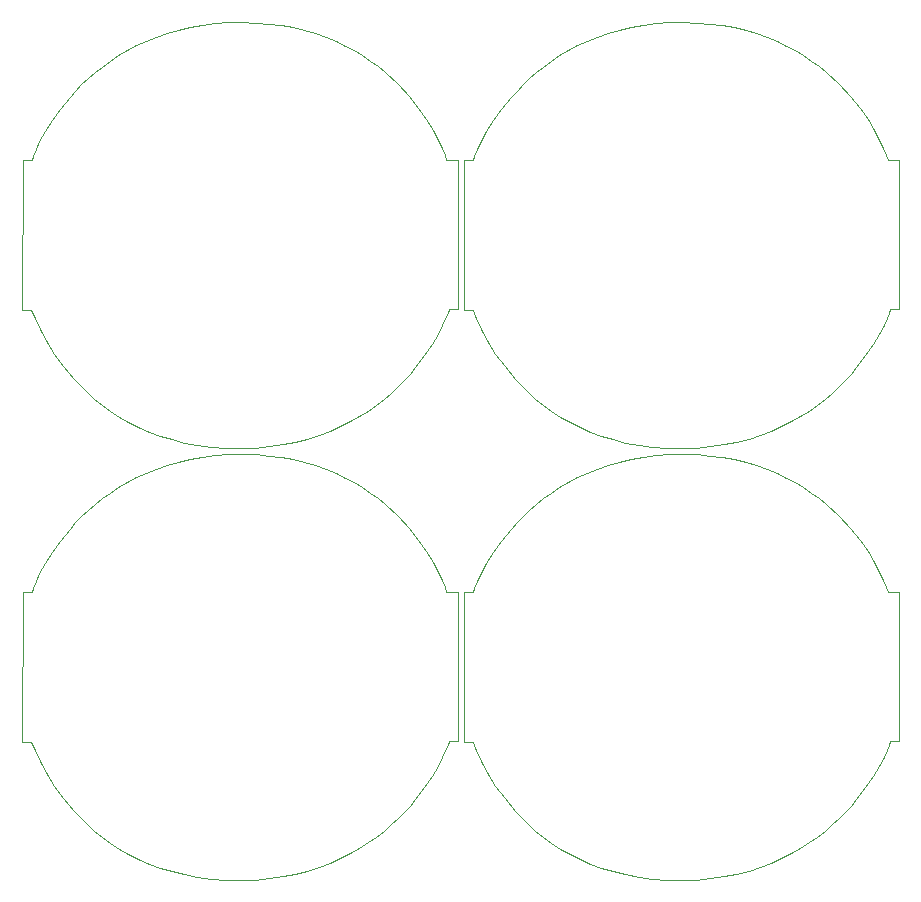
<source format=gbr>
%TF.GenerationSoftware,KiCad,Pcbnew,8.0.4*%
%TF.CreationDate,2024-08-25T23:20:03-07:00*%
%TF.ProjectId,HackthePlanetPin_panelized,4861636b-7468-4655-906c-616e65745069,rev?*%
%TF.SameCoordinates,Original*%
%TF.FileFunction,Profile,NP*%
%FSLAX46Y46*%
G04 Gerber Fmt 4.6, Leading zero omitted, Abs format (unit mm)*
G04 Created by KiCad (PCBNEW 8.0.4) date 2024-08-25 23:20:03*
%MOMM*%
%LPD*%
G01*
G04 APERTURE LIST*
%TA.AperFunction,Profile*%
%ADD10C,0.079374*%
%TD*%
G04 APERTURE END LIST*
D10*
X180975710Y-76791120D02*
X179867995Y-76583517D01*
X180975710Y-113360785D02*
X179867995Y-113153182D01*
X143620153Y-76791120D02*
X142512438Y-76583517D01*
X166811591Y-52698951D02*
X166953876Y-52697399D01*
X166811591Y-89268616D02*
X166953876Y-89267064D01*
X129456034Y-52698951D02*
X129598319Y-52697399D01*
X176613619Y-42576558D02*
X177477413Y-42226232D01*
X176613619Y-79146223D02*
X177477413Y-78795897D01*
X139258062Y-42576558D02*
X140121856Y-42226232D01*
X201336110Y-67363418D02*
X200827812Y-68224732D01*
X201336110Y-103933083D02*
X200827812Y-104794397D01*
X163980553Y-67363418D02*
X163472255Y-68224732D01*
X172899483Y-73395063D02*
X172246897Y-72870880D01*
X172899483Y-109964728D02*
X172246897Y-109440545D01*
X135543926Y-73395063D02*
X134891340Y-72870880D01*
X199695562Y-48226705D02*
X200377014Y-49201055D01*
X199695562Y-84796370D02*
X200377014Y-85770720D01*
X162340005Y-48226705D02*
X163021457Y-49201055D01*
X181366308Y-41222204D02*
X182450295Y-41088162D01*
X181366308Y-77791869D02*
X182450295Y-77657827D01*
X144010751Y-41222204D02*
X145094738Y-41088162D01*
X183362233Y-77031120D02*
X182140052Y-76941773D01*
X183362233Y-113600785D02*
X182140052Y-113511438D01*
X146006676Y-77031120D02*
X144784495Y-76941773D01*
X173597792Y-73901491D02*
X172899483Y-73395063D01*
X173597792Y-110471156D02*
X172899483Y-109964728D01*
X136242235Y-73901491D02*
X135543926Y-73395063D01*
X197938930Y-71814475D02*
X197372254Y-72345131D01*
X197938930Y-108384140D02*
X197372254Y-108914796D01*
X160583373Y-71814475D02*
X160016697Y-72345131D01*
X168857303Y-69070277D02*
X168231307Y-68072833D01*
X168857303Y-105639942D02*
X168231307Y-104642498D01*
X131501746Y-69070277D02*
X130875750Y-68072833D01*
X192190697Y-75604991D02*
X191265186Y-75956046D01*
X192190697Y-112174656D02*
X191265186Y-112525711D01*
X154835140Y-75604991D02*
X153909629Y-75956046D01*
X203021557Y-52653980D02*
X203008062Y-65296589D01*
X203021557Y-89223645D02*
X203008062Y-101866254D01*
X165666000Y-52653980D02*
X165652505Y-65296589D01*
X194940031Y-43807408D02*
X195615112Y-44257341D01*
X194940031Y-80377073D02*
X195615112Y-80827006D01*
X157584474Y-43807408D02*
X158259555Y-44257341D01*
X166924031Y-65330166D02*
X166687265Y-65326913D01*
X166924031Y-101899831D02*
X166687265Y-101896578D01*
X129568474Y-65330166D02*
X129331708Y-65326913D01*
X172911902Y-44747647D02*
X173572167Y-44269265D01*
X172911902Y-81317312D02*
X173572167Y-80838930D01*
X135556345Y-44747647D02*
X136216610Y-44269265D01*
X188063068Y-41249578D02*
X189073361Y-41437303D01*
X188063068Y-77819243D02*
X189073361Y-78006968D01*
X150707511Y-41249578D02*
X151717804Y-41437303D01*
X166956188Y-52685253D02*
X166956525Y-52684739D01*
X166956188Y-89254918D02*
X166956525Y-89254404D01*
X129600631Y-52685253D02*
X129600968Y-52684739D01*
X166954554Y-52691217D02*
X166954839Y-52689236D01*
X166954554Y-89260882D02*
X166954839Y-89258901D01*
X129598997Y-52691217D02*
X129599282Y-52689236D01*
X195615112Y-44257341D02*
X196251735Y-44725233D01*
X195615112Y-80827006D02*
X196251735Y-81294898D01*
X158259555Y-44257341D02*
X158896178Y-44725233D01*
X179333783Y-41637704D02*
X180327693Y-41406561D01*
X179333783Y-78207369D02*
X180327693Y-77976226D01*
X141978226Y-41637704D02*
X142972136Y-41406561D01*
X172290341Y-45241052D02*
X172911902Y-44747647D01*
X172290341Y-81810717D02*
X172911902Y-81317312D01*
X134934784Y-45241052D02*
X135556345Y-44747647D01*
X166452934Y-65325256D02*
X166166000Y-65324611D01*
X166452934Y-101894921D02*
X166166000Y-101894276D01*
X129097377Y-65325256D02*
X128810443Y-65324611D01*
X202181769Y-65586867D02*
X201980791Y-66075163D01*
X202181769Y-102156532D02*
X201980791Y-102644828D01*
X164826212Y-65586867D02*
X164625234Y-66075163D01*
X201706539Y-51659439D02*
X201931845Y-52236202D01*
X201706539Y-88229104D02*
X201931845Y-88805867D01*
X164350982Y-51659439D02*
X164576288Y-52236202D01*
X198884769Y-47218815D02*
X199695562Y-48226705D01*
X198884769Y-83788480D02*
X199695562Y-84796370D01*
X161529212Y-47218815D02*
X162340005Y-48226705D01*
X166954839Y-52689236D02*
X166955103Y-52687821D01*
X166954839Y-89258901D02*
X166955103Y-89257486D01*
X129599282Y-52689236D02*
X129599546Y-52687821D01*
X174343037Y-74385809D02*
X173597792Y-73901491D01*
X174343037Y-110955474D02*
X173597792Y-110471156D01*
X136987480Y-74385809D02*
X136242235Y-73901491D01*
X183580321Y-41007965D02*
X184757052Y-40985141D01*
X183580321Y-77577630D02*
X184757052Y-77554806D01*
X146224764Y-41007965D02*
X147401495Y-40985141D01*
X197372254Y-72345131D02*
X196764149Y-72867826D01*
X197372254Y-108914796D02*
X196764149Y-109437491D01*
X160016697Y-72345131D02*
X159408592Y-72867826D01*
X166955616Y-52686177D02*
X166955889Y-52685690D01*
X166955616Y-89255842D02*
X166955889Y-89255355D01*
X129600059Y-52686177D02*
X129600332Y-52685690D01*
X166687265Y-65326913D02*
X166452934Y-65325256D01*
X166687265Y-101896578D02*
X166452934Y-101894921D01*
X129331708Y-65326913D02*
X129097377Y-65325256D01*
X202058420Y-52647709D02*
X203021557Y-52653980D01*
X202058420Y-89217374D02*
X203021557Y-89223645D01*
X164702863Y-52647709D02*
X165666000Y-52653980D01*
X178383912Y-41912104D02*
X179333783Y-41637704D01*
X178383912Y-78481769D02*
X179333783Y-78207369D01*
X141028355Y-41912104D02*
X141978226Y-41637704D01*
X191839824Y-42253112D02*
X192676389Y-42598284D01*
X191839824Y-78822777D02*
X192676389Y-79167949D01*
X154484267Y-42253112D02*
X155320832Y-42598284D01*
X190039075Y-41669328D02*
X190960974Y-41942363D01*
X190039075Y-78238993D02*
X190960974Y-78512028D01*
X152683518Y-41669328D02*
X153605417Y-41942363D01*
X191265186Y-75956046D02*
X190290417Y-76266020D01*
X191265186Y-112525711D02*
X190290417Y-112835685D01*
X153909629Y-75956046D02*
X152934860Y-76266020D01*
X190960974Y-41942363D02*
X191839824Y-42253112D01*
X190960974Y-78512028D02*
X191839824Y-78822777D01*
X153605417Y-41942363D02*
X154484267Y-42253112D01*
X167607997Y-51049129D02*
X168056886Y-50224979D01*
X167607997Y-87618794D02*
X168056886Y-86794644D01*
X130252440Y-51049129D02*
X130701329Y-50224979D01*
X195419735Y-73872775D02*
X194681470Y-74346749D01*
X195419735Y-110442440D02*
X194681470Y-110916414D01*
X158064178Y-73872775D02*
X157325913Y-74346749D01*
X192676389Y-42598284D02*
X193471435Y-42974586D01*
X192676389Y-79167949D02*
X193471435Y-79544251D01*
X155320832Y-42598284D02*
X156115878Y-42974586D01*
X177477413Y-42226232D02*
X178383912Y-41912104D01*
X177477413Y-78795897D02*
X178383912Y-78481769D01*
X140121856Y-42226232D02*
X141028355Y-41912104D01*
X200185105Y-69186680D02*
X199400162Y-70216141D01*
X200185105Y-105756345D02*
X199400162Y-106785806D01*
X162829548Y-69186680D02*
X162044605Y-70216141D01*
X193067929Y-75216997D02*
X192190697Y-75604991D01*
X193067929Y-111786662D02*
X192190697Y-112174656D01*
X155712372Y-75216997D02*
X154835140Y-75604991D01*
X200377014Y-49201055D02*
X200935246Y-50115523D01*
X200377014Y-85770720D02*
X200935246Y-86685188D01*
X163021457Y-49201055D02*
X163579689Y-50115523D01*
X166959195Y-52676477D02*
X166960007Y-52672784D01*
X166959195Y-89246142D02*
X166960007Y-89242449D01*
X129603638Y-52676477D02*
X129604450Y-52672784D01*
X196850666Y-45207791D02*
X197938511Y-46203730D01*
X196850666Y-81777456D02*
X197938511Y-82773395D01*
X159495109Y-45207791D02*
X160582954Y-46203730D01*
X180327693Y-41406561D02*
X181366308Y-41222204D01*
X180327693Y-77976226D02*
X181366308Y-77791869D01*
X142972136Y-41406561D02*
X144010751Y-41222204D01*
X168056886Y-50224979D02*
X168631264Y-49305639D01*
X168056886Y-86794644D02*
X168631264Y-85875304D01*
X130701329Y-50224979D02*
X131275707Y-49305639D01*
X187007428Y-41109448D02*
X188063068Y-41249578D01*
X187007428Y-77679113D02*
X188063068Y-77819243D01*
X149651871Y-41109448D02*
X150707511Y-41249578D01*
X200935246Y-50115523D02*
X201376380Y-50943765D01*
X200935246Y-86685188D02*
X201376380Y-87513430D01*
X163579689Y-50115523D02*
X164020823Y-50943765D01*
X193897860Y-74796203D02*
X193067929Y-75216997D01*
X193897860Y-111365868D02*
X193067929Y-111786662D01*
X156542303Y-74796203D02*
X155712372Y-75216997D01*
X189073361Y-41437303D02*
X190039075Y-41669328D01*
X189073361Y-78006968D02*
X190039075Y-78238993D01*
X151717804Y-41437303D02*
X152683518Y-41669328D01*
X170177824Y-47294324D02*
X170651228Y-46776117D01*
X170177824Y-83863989D02*
X170651228Y-83345782D01*
X132822267Y-47294324D02*
X133295671Y-46776117D01*
X200827812Y-68224732D02*
X200185105Y-69186680D01*
X200827812Y-104794397D02*
X200185105Y-105756345D01*
X163472255Y-68224732D02*
X162829548Y-69186680D01*
X166957883Y-52681436D02*
X166958491Y-52679318D01*
X166957883Y-89251101D02*
X166958491Y-89248983D01*
X129602326Y-52681436D02*
X129602934Y-52679318D01*
X190290417Y-76266020D02*
X189265412Y-76530776D01*
X190290417Y-112835685D02*
X189265412Y-113100441D01*
X152934860Y-76266020D02*
X151909855Y-76530776D01*
X168231307Y-68072833D02*
X167739748Y-67178572D01*
X168231307Y-104642498D02*
X167739748Y-103748237D01*
X130875750Y-68072833D02*
X130384191Y-67178572D01*
X199400162Y-70216141D02*
X198951905Y-70745840D01*
X199400162Y-106785806D02*
X198951905Y-107315505D01*
X162044605Y-70216141D02*
X161596348Y-70745840D01*
X166954237Y-52693895D02*
X166954554Y-52691217D01*
X166954237Y-89263560D02*
X166954554Y-89260882D01*
X129598680Y-52693895D02*
X129598997Y-52691217D01*
X196764149Y-72867826D02*
X196113636Y-73378421D01*
X196764149Y-109437491D02*
X196113636Y-109948086D01*
X159408592Y-72867826D02*
X158758079Y-73378421D01*
X196113636Y-73378421D02*
X195419735Y-73872775D01*
X196113636Y-109948086D02*
X195419735Y-110442440D01*
X158758079Y-73378421D02*
X158064178Y-73872775D01*
X188189193Y-76746172D02*
X187060781Y-76908069D01*
X188189193Y-113315837D02*
X187060781Y-113477734D01*
X150833636Y-76746172D02*
X149705224Y-76908069D01*
X166176557Y-52695335D02*
X166546702Y-52698034D01*
X166176557Y-89265000D02*
X166546702Y-89267699D01*
X128821000Y-52695335D02*
X129191145Y-52698034D01*
X166955358Y-52686845D02*
X166955616Y-52686177D01*
X166955358Y-89256510D02*
X166955616Y-89255842D01*
X129599801Y-52686845D02*
X129600059Y-52686177D01*
X168631264Y-49305639D02*
X169336466Y-48319343D01*
X168631264Y-85875304D02*
X169336466Y-84889008D01*
X131275707Y-49305639D02*
X131980909Y-48319343D01*
X171638824Y-72333296D02*
X170551369Y-71235349D01*
X171638824Y-108902961D02*
X170551369Y-107805014D01*
X134283267Y-72333296D02*
X133195812Y-71235349D01*
X201980791Y-66075163D02*
X201717828Y-66635855D01*
X201980791Y-102644828D02*
X201717828Y-103205520D01*
X164625234Y-66075163D02*
X164362271Y-66635855D01*
X166955103Y-52687821D02*
X166955358Y-52686845D01*
X166955103Y-89257486D02*
X166955358Y-89256510D01*
X129599546Y-52687821D02*
X129599801Y-52686845D01*
X173572167Y-44269265D02*
X174271805Y-43809436D01*
X173572167Y-80838930D02*
X174271805Y-80379101D01*
X136216610Y-44269265D02*
X136916248Y-43809436D01*
X166958491Y-52679318D02*
X166959195Y-52676477D01*
X166958491Y-89248983D02*
X166959195Y-89246142D01*
X129602934Y-52679318D02*
X129603638Y-52676477D01*
X185905678Y-41020205D02*
X187007428Y-41109448D01*
X185905678Y-77589870D02*
X187007428Y-77679113D01*
X148550121Y-41020205D02*
X149651871Y-41109448D01*
X196251735Y-44725233D02*
X196850666Y-45207791D01*
X196251735Y-81294898D02*
X196850666Y-81777456D01*
X158896178Y-44725233D02*
X159495109Y-45207791D01*
X175979180Y-75270694D02*
X175136429Y-74843662D01*
X175979180Y-111840359D02*
X175136429Y-111413327D01*
X138623623Y-75270694D02*
X137780872Y-74843662D01*
X182450295Y-41088162D02*
X183580321Y-41007965D01*
X182450295Y-77657827D02*
X183580321Y-77577630D01*
X145094738Y-41088162D02*
X146224764Y-41007965D01*
X178815696Y-76323317D02*
X177817602Y-76014877D01*
X178815696Y-112892982D02*
X177817602Y-112584542D01*
X141460139Y-76323317D02*
X140462045Y-76014877D01*
X166957361Y-52682959D02*
X166957883Y-52681436D01*
X166957361Y-89252624D02*
X166957883Y-89251101D01*
X129601804Y-52682959D02*
X129602326Y-52681436D01*
X176872500Y-75662551D02*
X175979180Y-75270694D01*
X176872500Y-112232216D02*
X175979180Y-111840359D01*
X139516943Y-75662551D02*
X138623623Y-75270694D01*
X187060781Y-76908069D02*
X185879198Y-77012327D01*
X187060781Y-113477734D02*
X185879198Y-113581992D01*
X149705224Y-76908069D02*
X148523641Y-77012327D01*
X175136429Y-74843662D02*
X174343037Y-74385809D01*
X175136429Y-111413327D02*
X174343037Y-110955474D01*
X137780872Y-74843662D02*
X136987480Y-74385809D01*
X202274638Y-65308180D02*
X202181769Y-65586867D01*
X202274638Y-101877845D02*
X202181769Y-102156532D01*
X164919081Y-65308180D02*
X164826212Y-65586867D01*
X177817602Y-76014877D02*
X176872500Y-75662551D01*
X177817602Y-112584542D02*
X176872500Y-112232216D01*
X140462045Y-76014877D02*
X139516943Y-75662551D01*
X166953876Y-52697399D02*
X166954237Y-52693895D01*
X166953876Y-89267064D02*
X166954237Y-89263560D01*
X129598319Y-52697399D02*
X129598680Y-52693895D01*
X166956525Y-52684739D02*
X166956912Y-52684017D01*
X166956525Y-89254404D02*
X166956912Y-89253682D01*
X129600968Y-52684739D02*
X129601355Y-52684017D01*
X194681470Y-74346749D02*
X193897860Y-74796203D01*
X194681470Y-110916414D02*
X193897860Y-111365868D01*
X157325913Y-74346749D02*
X156542303Y-74796203D01*
X198465154Y-71279998D02*
X197938930Y-71814475D01*
X198465154Y-107849663D02*
X197938930Y-108384140D01*
X161109597Y-71279998D02*
X160583373Y-71814475D01*
X184757052Y-40985141D02*
X185905678Y-41020205D01*
X184757052Y-77554806D02*
X185905678Y-77589870D01*
X147401495Y-40985141D02*
X148550121Y-41020205D01*
X170551369Y-71235349D02*
X169627426Y-70136062D01*
X170551369Y-107805014D02*
X169627426Y-106705727D01*
X133195812Y-71235349D02*
X132271869Y-70136062D01*
X174271805Y-43809436D02*
X175011482Y-43371689D01*
X174271805Y-80379101D02*
X175011482Y-79941354D01*
X136916248Y-43809436D02*
X137655925Y-43371689D01*
X203008062Y-65296589D02*
X202274638Y-65308180D01*
X203008062Y-101866254D02*
X202274638Y-101877845D01*
X165652505Y-65296589D02*
X164919081Y-65308180D01*
X167065358Y-52298927D02*
X167279266Y-51749856D01*
X167065358Y-88868592D02*
X167279266Y-88319521D01*
X129709801Y-52298927D02*
X129923709Y-51749856D01*
X169627426Y-70136062D02*
X168857303Y-69070277D01*
X169627426Y-106705727D02*
X168857303Y-105639942D01*
X132271869Y-70136062D02*
X131501746Y-69070277D01*
X179867995Y-76583517D02*
X178815696Y-76323317D01*
X179867995Y-113153182D02*
X178815696Y-112892982D01*
X142512438Y-76583517D02*
X141460139Y-76323317D01*
X194225727Y-43378725D02*
X194940031Y-43807408D01*
X194225727Y-79948390D02*
X194940031Y-80377073D01*
X156870170Y-43378725D02*
X157584474Y-43807408D01*
X171160671Y-46258816D02*
X171706820Y-45745951D01*
X171160671Y-82828481D02*
X171706820Y-82315616D01*
X133805114Y-46258816D02*
X134351263Y-45745951D01*
X166960940Y-52668109D02*
X167065358Y-52298927D01*
X166960940Y-89237774D02*
X167065358Y-88868592D01*
X129605383Y-52668109D02*
X129709801Y-52298927D01*
X189265412Y-76530776D02*
X188189193Y-76746172D01*
X189265412Y-113100441D02*
X188189193Y-113315837D01*
X151909855Y-76530776D02*
X150833636Y-76746172D01*
X167121169Y-65838960D02*
X166924031Y-65330166D01*
X167121169Y-102408625D02*
X166924031Y-101899831D01*
X129765612Y-65838960D02*
X129568474Y-65330166D01*
X166166000Y-65324611D02*
X166176557Y-52695335D01*
X166166000Y-101894276D02*
X166176557Y-89265000D01*
X128810443Y-65324611D02*
X128821000Y-52695335D01*
X201376380Y-50943765D02*
X201706539Y-51659439D01*
X201376380Y-87513430D02*
X201706539Y-88229104D01*
X164020823Y-50943765D02*
X164350982Y-51659439D01*
X201931845Y-52236202D02*
X202058420Y-52647709D01*
X201931845Y-88805867D02*
X202058420Y-89217374D01*
X164576288Y-52236202D02*
X164702863Y-52647709D01*
X175791865Y-42959554D02*
X176613619Y-42576558D01*
X175791865Y-79529219D02*
X176613619Y-79146223D01*
X138436308Y-42959554D02*
X139258062Y-42576558D01*
X166956912Y-52684017D02*
X166957361Y-52682959D01*
X166956912Y-89253682D02*
X166957361Y-89252624D01*
X129601355Y-52684017D02*
X129601804Y-52682959D01*
X193471435Y-42974586D02*
X194225727Y-43378725D01*
X193471435Y-79544251D02*
X194225727Y-79948390D01*
X156115878Y-42974586D02*
X156870170Y-43378725D01*
X182140052Y-76941773D02*
X180975710Y-76791120D01*
X182140052Y-113511438D02*
X180975710Y-113360785D01*
X144784495Y-76941773D02*
X143620153Y-76791120D01*
X171706820Y-45745951D02*
X172290341Y-45241052D01*
X171706820Y-82315616D02*
X172290341Y-81810717D01*
X134351263Y-45745951D02*
X134934784Y-45241052D01*
X170651228Y-46776117D02*
X171160671Y-46258816D01*
X170651228Y-83345782D02*
X171160671Y-82828481D01*
X133295671Y-46776117D02*
X133805114Y-46258816D01*
X175011482Y-43371689D02*
X175791865Y-42959554D01*
X175011482Y-79941354D02*
X175791865Y-79529219D01*
X137655925Y-43371689D02*
X138436308Y-42959554D01*
X167279266Y-51749856D02*
X167607997Y-51049129D01*
X167279266Y-88319521D02*
X167607997Y-87618794D01*
X129923709Y-51749856D02*
X130252440Y-51049129D01*
X166546702Y-52698034D02*
X166811591Y-52698951D01*
X166546702Y-89267699D02*
X166811591Y-89268616D01*
X129191145Y-52698034D02*
X129456034Y-52698951D01*
X169336466Y-48319343D02*
X170177824Y-47294324D01*
X169336466Y-84889008D02*
X170177824Y-83863989D01*
X131980909Y-48319343D02*
X132822267Y-47294324D01*
X184643465Y-77054806D02*
X183362233Y-77031120D01*
X184643465Y-113624471D02*
X183362233Y-113600785D01*
X147287908Y-77054806D02*
X146006676Y-77031120D01*
X166960007Y-52672784D02*
X166960940Y-52668109D01*
X166960007Y-89242449D02*
X166960940Y-89237774D01*
X129604450Y-52672784D02*
X129605383Y-52668109D01*
X167739748Y-67178572D02*
X167121169Y-65838960D01*
X167739748Y-103748237D02*
X167121169Y-102408625D01*
X130384191Y-67178572D02*
X129765612Y-65838960D01*
X197938511Y-46203730D02*
X198884769Y-47218815D01*
X197938511Y-82773395D02*
X198884769Y-83788480D01*
X160582954Y-46203730D02*
X161529212Y-47218815D01*
X172246897Y-72870880D02*
X171638824Y-72333296D01*
X172246897Y-109440545D02*
X171638824Y-108902961D01*
X134891340Y-72870880D02*
X134283267Y-72333296D01*
X201717828Y-66635855D02*
X201336110Y-67363418D01*
X201717828Y-103205520D02*
X201336110Y-103933083D01*
X164362271Y-66635855D02*
X163980553Y-67363418D01*
X198951905Y-70745840D02*
X198465154Y-71279998D01*
X198951905Y-107315505D02*
X198465154Y-107849663D01*
X161596348Y-70745840D02*
X161109597Y-71279998D01*
X185879198Y-77012327D02*
X184643465Y-77054806D01*
X185879198Y-113581992D02*
X184643465Y-113624471D01*
X148523641Y-77012327D02*
X147287908Y-77054806D01*
X166955889Y-52685690D02*
X166956188Y-52685253D01*
X166955889Y-89255355D02*
X166956188Y-89254918D01*
X129600332Y-52685690D02*
X129600631Y-52685253D01*
X129600332Y-89255355D02*
X129600631Y-89254918D01*
X148523641Y-113581992D02*
X147287908Y-113624471D01*
X161596348Y-107315505D02*
X161109597Y-107849663D01*
X164362271Y-103205520D02*
X163980553Y-103933083D01*
X134891340Y-109440545D02*
X134283267Y-108902961D01*
X160582954Y-82773395D02*
X161529212Y-83788480D01*
X130384191Y-103748237D02*
X129765612Y-102408625D01*
X129604450Y-89242449D02*
X129605383Y-89237774D01*
X147287908Y-113624471D02*
X146006676Y-113600785D01*
X131980909Y-84889008D02*
X132822267Y-83863989D01*
X129191145Y-89267699D02*
X129456034Y-89268616D01*
X129923709Y-88319521D02*
X130252440Y-87618794D01*
X137655925Y-79941354D02*
X138436308Y-79529219D01*
X133295671Y-83345782D02*
X133805114Y-82828481D01*
X134351263Y-82315616D02*
X134934784Y-81810717D01*
X144784495Y-113511438D02*
X143620153Y-113360785D01*
X156115878Y-79544251D02*
X156870170Y-79948390D01*
X129601355Y-89253682D02*
X129601804Y-89252624D01*
X138436308Y-79529219D02*
X139258062Y-79146223D01*
X164576288Y-88805867D02*
X164702863Y-89217374D01*
X164020823Y-87513430D02*
X164350982Y-88229104D01*
X128810443Y-101894276D02*
X128821000Y-89265000D01*
X129765612Y-102408625D02*
X129568474Y-101899831D01*
X151909855Y-113100441D02*
X150833636Y-113315837D01*
X129605383Y-89237774D02*
X129709801Y-88868592D01*
X133805114Y-82828481D02*
X134351263Y-82315616D01*
X156870170Y-79948390D02*
X157584474Y-80377073D01*
X142512438Y-113153182D02*
X141460139Y-112892982D01*
X132271869Y-106705727D02*
X131501746Y-105639942D01*
X129709801Y-88868592D02*
X129923709Y-88319521D01*
X165652505Y-101866254D02*
X164919081Y-101877845D01*
X136916248Y-80379101D02*
X137655925Y-79941354D01*
X133195812Y-107805014D02*
X132271869Y-106705727D01*
X147401495Y-77554806D02*
X148550121Y-77589870D01*
X161109597Y-107849663D02*
X160583373Y-108384140D01*
X157325913Y-110916414D02*
X156542303Y-111365868D01*
X129600968Y-89254404D02*
X129601355Y-89253682D01*
X129598319Y-89267064D02*
X129598680Y-89263560D01*
X140462045Y-112584542D02*
X139516943Y-112232216D01*
X164919081Y-101877845D02*
X164826212Y-102156532D01*
X137780872Y-111413327D02*
X136987480Y-110955474D01*
X149705224Y-113477734D02*
X148523641Y-113581992D01*
X139516943Y-112232216D02*
X138623623Y-111840359D01*
X129601804Y-89252624D02*
X129602326Y-89251101D01*
X141460139Y-112892982D02*
X140462045Y-112584542D01*
X145094738Y-77657827D02*
X146224764Y-77577630D01*
X138623623Y-111840359D02*
X137780872Y-111413327D01*
X158896178Y-81294898D02*
X159495109Y-81777456D01*
X148550121Y-77589870D02*
X149651871Y-77679113D01*
X129602934Y-89248983D02*
X129603638Y-89246142D01*
X136216610Y-80838930D02*
X136916248Y-80379101D01*
X129599546Y-89257486D02*
X129599801Y-89256510D01*
X164625234Y-102644828D02*
X164362271Y-103205520D01*
X134283267Y-108902961D02*
X133195812Y-107805014D01*
X131275707Y-85875304D02*
X131980909Y-84889008D01*
X129599801Y-89256510D02*
X129600059Y-89255842D01*
X128821000Y-89265000D02*
X129191145Y-89267699D01*
X150833636Y-113315837D02*
X149705224Y-113477734D01*
X158758079Y-109948086D02*
X158064178Y-110442440D01*
X159408592Y-109437491D02*
X158758079Y-109948086D01*
X129598680Y-89263560D02*
X129598997Y-89260882D01*
X162044605Y-106785806D02*
X161596348Y-107315505D01*
X130875750Y-104642498D02*
X130384191Y-103748237D01*
X152934860Y-112835685D02*
X151909855Y-113100441D01*
X129602326Y-89251101D02*
X129602934Y-89248983D01*
X163472255Y-104794397D02*
X162829548Y-105756345D01*
X132822267Y-83863989D02*
X133295671Y-83345782D01*
X151717804Y-78006968D02*
X152683518Y-78238993D01*
X156542303Y-111365868D02*
X155712372Y-111786662D01*
X163579689Y-86685188D02*
X164020823Y-87513430D01*
X149651871Y-77679113D02*
X150707511Y-77819243D01*
X130701329Y-86794644D02*
X131275707Y-85875304D01*
X142972136Y-77976226D02*
X144010751Y-77791869D01*
X159495109Y-81777456D02*
X160582954Y-82773395D01*
X129603638Y-89246142D02*
X129604450Y-89242449D01*
X163021457Y-85770720D02*
X163579689Y-86685188D01*
X155712372Y-111786662D02*
X154835140Y-112174656D01*
X162829548Y-105756345D02*
X162044605Y-106785806D01*
X140121856Y-78795897D02*
X141028355Y-78481769D01*
X155320832Y-79167949D02*
X156115878Y-79544251D01*
X158064178Y-110442440D02*
X157325913Y-110916414D01*
X130252440Y-87618794D02*
X130701329Y-86794644D01*
X153605417Y-78512028D02*
X154484267Y-78822777D01*
X153909629Y-112525711D02*
X152934860Y-112835685D01*
X152683518Y-78238993D02*
X153605417Y-78512028D01*
X154484267Y-78822777D02*
X155320832Y-79167949D01*
X141028355Y-78481769D02*
X141978226Y-78207369D01*
X164702863Y-89217374D02*
X165666000Y-89223645D01*
X129331708Y-101896578D02*
X129097377Y-101894921D01*
X129600059Y-89255842D02*
X129600332Y-89255355D01*
X160016697Y-108914796D02*
X159408592Y-109437491D01*
X146224764Y-77577630D02*
X147401495Y-77554806D01*
X136987480Y-110955474D02*
X136242235Y-110471156D01*
X129599282Y-89258901D02*
X129599546Y-89257486D01*
X161529212Y-83788480D02*
X162340005Y-84796370D01*
X164350982Y-88229104D02*
X164576288Y-88805867D01*
X164826212Y-102156532D02*
X164625234Y-102644828D01*
X129097377Y-101894921D02*
X128810443Y-101894276D01*
X134934784Y-81810717D02*
X135556345Y-81317312D01*
X141978226Y-78207369D02*
X142972136Y-77976226D01*
X158259555Y-80827006D02*
X158896178Y-81294898D01*
X129598997Y-89260882D02*
X129599282Y-89258901D01*
X129600631Y-89254918D02*
X129600968Y-89254404D01*
X150707511Y-77819243D02*
X151717804Y-78006968D01*
X135556345Y-81317312D02*
X136216610Y-80838930D01*
X129568474Y-101899831D02*
X129331708Y-101896578D01*
X157584474Y-80377073D02*
X158259555Y-80827006D01*
X165666000Y-89223645D02*
X165652505Y-101866254D01*
X154835140Y-112174656D02*
X153909629Y-112525711D01*
X131501746Y-105639942D02*
X130875750Y-104642498D01*
X160583373Y-108384140D02*
X160016697Y-108914796D01*
X136242235Y-110471156D02*
X135543926Y-109964728D01*
X146006676Y-113600785D02*
X144784495Y-113511438D01*
X144010751Y-77791869D02*
X145094738Y-77657827D01*
X162340005Y-84796370D02*
X163021457Y-85770720D01*
X135543926Y-109964728D02*
X134891340Y-109440545D01*
X163980553Y-103933083D02*
X163472255Y-104794397D01*
X139258062Y-79146223D02*
X140121856Y-78795897D01*
X129456034Y-89268616D02*
X129598319Y-89267064D01*
X143620153Y-113360785D02*
X142512438Y-113153182D01*
M02*

</source>
